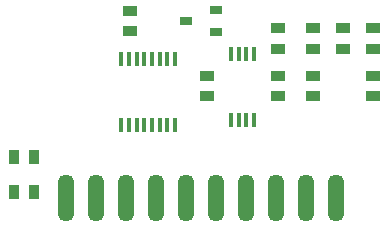
<source format=gts>
G04 (created by PCBNEW (2013-07-07 BZR 4022)-stable) date 2014-06-17 1:27:57 PM*
%MOIN*%
G04 Gerber Fmt 3.4, Leading zero omitted, Abs format*
%FSLAX34Y34*%
G01*
G70*
G90*
G04 APERTURE LIST*
%ADD10C,0.00590551*%
%ADD11R,0.0118X0.0512*%
%ADD12R,0.015X0.05*%
%ADD13R,0.0394X0.0276*%
%ADD14R,0.045X0.032*%
%ADD15R,0.032X0.045*%
%ADD16O,0.0531496X0.15748*%
G04 APERTURE END LIST*
G54D10*
G54D11*
X47423Y-31419D03*
X47173Y-31419D03*
X46913Y-31419D03*
X46663Y-31419D03*
X46663Y-33619D03*
X46918Y-33619D03*
X47173Y-33619D03*
X47428Y-33619D03*
G54D12*
X43001Y-33779D03*
X43257Y-33779D03*
X43513Y-33779D03*
X43769Y-33779D03*
X44025Y-33779D03*
X44281Y-33779D03*
X44537Y-33779D03*
X44793Y-33779D03*
X44793Y-31575D03*
X44537Y-31575D03*
X44281Y-31575D03*
X44025Y-31575D03*
X43769Y-31575D03*
X43513Y-31575D03*
X43257Y-31575D03*
X43001Y-31575D03*
G54D13*
X45169Y-30314D03*
X46169Y-29939D03*
X46169Y-30689D03*
G54D14*
X50393Y-30570D03*
X50393Y-31240D03*
X48228Y-31240D03*
X48228Y-30570D03*
X49409Y-31240D03*
X49409Y-30570D03*
X45866Y-32815D03*
X45866Y-32145D03*
X48228Y-32815D03*
X48228Y-32145D03*
X51377Y-32145D03*
X51377Y-32815D03*
X51377Y-30570D03*
X51377Y-31240D03*
X49409Y-32145D03*
X49409Y-32815D03*
X43307Y-29979D03*
X43307Y-30649D03*
G54D15*
X40098Y-36023D03*
X39428Y-36023D03*
X39428Y-34842D03*
X40098Y-34842D03*
G54D16*
X41169Y-36220D03*
X42169Y-36220D03*
X43169Y-36220D03*
X44169Y-36220D03*
X45169Y-36220D03*
X46169Y-36220D03*
X47169Y-36220D03*
X48169Y-36220D03*
X49169Y-36220D03*
X50169Y-36220D03*
M02*

</source>
